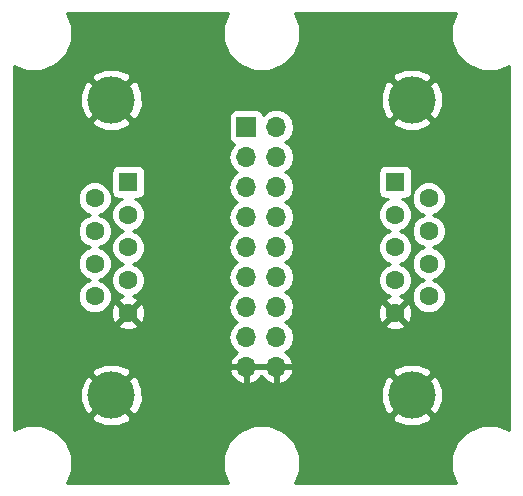
<source format=gbl>
G04 #@! TF.GenerationSoftware,KiCad,Pcbnew,5.0.2-bee76a0~70~ubuntu16.04.1*
G04 #@! TF.CreationDate,2020-10-10T12:37:22+02:00*
G04 #@! TF.ProjectId,SerialBlocker,53657269-616c-4426-9c6f-636b65722e6b,rev?*
G04 #@! TF.SameCoordinates,Original*
G04 #@! TF.FileFunction,Copper,L2,Bot*
G04 #@! TF.FilePolarity,Positive*
%FSLAX46Y46*%
G04 Gerber Fmt 4.6, Leading zero omitted, Abs format (unit mm)*
G04 Created by KiCad (PCBNEW 5.0.2-bee76a0~70~ubuntu16.04.1) date lör 10 okt 2020 12:37:22*
%MOMM*%
%LPD*%
G01*
G04 APERTURE LIST*
G04 #@! TA.AperFunction,ComponentPad*
%ADD10R,1.700000X1.700000*%
G04 #@! TD*
G04 #@! TA.AperFunction,ComponentPad*
%ADD11O,1.700000X1.700000*%
G04 #@! TD*
G04 #@! TA.AperFunction,ComponentPad*
%ADD12R,1.600000X1.600000*%
G04 #@! TD*
G04 #@! TA.AperFunction,ComponentPad*
%ADD13C,1.600000*%
G04 #@! TD*
G04 #@! TA.AperFunction,ComponentPad*
%ADD14C,4.000000*%
G04 #@! TD*
G04 #@! TA.AperFunction,ViaPad*
%ADD15C,0.800000*%
G04 #@! TD*
G04 #@! TA.AperFunction,Conductor*
%ADD16C,0.254000*%
G04 #@! TD*
G04 APERTURE END LIST*
D10*
G04 #@! TO.P,SW1,1*
G04 #@! TO.N,Net-(J1-Pad1)*
X140000000Y-45350000D03*
D11*
G04 #@! TO.P,SW1,18*
G04 #@! TO.N,Net-(J2-Pad1)*
X142540000Y-45350000D03*
G04 #@! TO.P,SW1,2*
G04 #@! TO.N,Net-(J1-Pad6)*
X140000000Y-47890000D03*
G04 #@! TO.P,SW1,17*
G04 #@! TO.N,Net-(J2-Pad6)*
X142540000Y-47890000D03*
G04 #@! TO.P,SW1,3*
G04 #@! TO.N,Net-(J1-Pad2)*
X140000000Y-50430000D03*
G04 #@! TO.P,SW1,16*
G04 #@! TO.N,Net-(J2-Pad2)*
X142540000Y-50430000D03*
G04 #@! TO.P,SW1,4*
G04 #@! TO.N,Net-(J1-Pad7)*
X140000000Y-52970000D03*
G04 #@! TO.P,SW1,15*
G04 #@! TO.N,Net-(J2-Pad7)*
X142540000Y-52970000D03*
G04 #@! TO.P,SW1,5*
G04 #@! TO.N,Net-(J1-Pad3)*
X140000000Y-55510000D03*
G04 #@! TO.P,SW1,14*
G04 #@! TO.N,Net-(J2-Pad3)*
X142540000Y-55510000D03*
G04 #@! TO.P,SW1,6*
G04 #@! TO.N,Net-(J1-Pad8)*
X140000000Y-58050000D03*
G04 #@! TO.P,SW1,13*
G04 #@! TO.N,Net-(J2-Pad8)*
X142540000Y-58050000D03*
G04 #@! TO.P,SW1,7*
G04 #@! TO.N,Net-(J1-Pad4)*
X140000000Y-60590000D03*
G04 #@! TO.P,SW1,12*
G04 #@! TO.N,Net-(J2-Pad4)*
X142540000Y-60590000D03*
G04 #@! TO.P,SW1,8*
G04 #@! TO.N,Net-(J1-Pad9)*
X140000000Y-63130000D03*
G04 #@! TO.P,SW1,11*
G04 #@! TO.N,Net-(J2-Pad9)*
X142540000Y-63130000D03*
G04 #@! TO.P,SW1,9*
G04 #@! TO.N,GND*
X140000000Y-65670000D03*
G04 #@! TO.P,SW1,10*
X142540000Y-65670000D03*
G04 #@! TD*
D12*
G04 #@! TO.P,J2,1*
G04 #@! TO.N,Net-(J2-Pad1)*
X152600000Y-50000000D03*
D13*
G04 #@! TO.P,J2,2*
G04 #@! TO.N,Net-(J2-Pad2)*
X152600000Y-52770000D03*
G04 #@! TO.P,J2,3*
G04 #@! TO.N,Net-(J2-Pad3)*
X152600000Y-55540000D03*
G04 #@! TO.P,J2,4*
G04 #@! TO.N,Net-(J2-Pad4)*
X152600000Y-58310000D03*
G04 #@! TO.P,J2,5*
G04 #@! TO.N,GND*
X152600000Y-61080000D03*
G04 #@! TO.P,J2,6*
G04 #@! TO.N,Net-(J2-Pad6)*
X155440000Y-51385000D03*
G04 #@! TO.P,J2,7*
G04 #@! TO.N,Net-(J2-Pad7)*
X155440000Y-54155000D03*
G04 #@! TO.P,J2,8*
G04 #@! TO.N,Net-(J2-Pad8)*
X155440000Y-56925000D03*
G04 #@! TO.P,J2,9*
G04 #@! TO.N,Net-(J2-Pad9)*
X155440000Y-59695000D03*
D14*
G04 #@! TO.P,J2,0*
G04 #@! TO.N,GND*
X154020000Y-68040000D03*
X154020000Y-43040000D03*
G04 #@! TD*
D12*
G04 #@! TO.P,J1,1*
G04 #@! TO.N,Net-(J1-Pad1)*
X130000000Y-50000000D03*
D13*
G04 #@! TO.P,J1,2*
G04 #@! TO.N,Net-(J1-Pad2)*
X130000000Y-52770000D03*
G04 #@! TO.P,J1,3*
G04 #@! TO.N,Net-(J1-Pad3)*
X130000000Y-55540000D03*
G04 #@! TO.P,J1,4*
G04 #@! TO.N,Net-(J1-Pad4)*
X130000000Y-58310000D03*
G04 #@! TO.P,J1,5*
G04 #@! TO.N,GND*
X130000000Y-61080000D03*
G04 #@! TO.P,J1,6*
G04 #@! TO.N,Net-(J1-Pad6)*
X127160000Y-51385000D03*
G04 #@! TO.P,J1,7*
G04 #@! TO.N,Net-(J1-Pad7)*
X127160000Y-54155000D03*
G04 #@! TO.P,J1,8*
G04 #@! TO.N,Net-(J1-Pad8)*
X127160000Y-56925000D03*
G04 #@! TO.P,J1,9*
G04 #@! TO.N,Net-(J1-Pad9)*
X127160000Y-59695000D03*
D14*
G04 #@! TO.P,J1,0*
G04 #@! TO.N,GND*
X128580000Y-43040000D03*
X128580000Y-68040000D03*
G04 #@! TD*
D15*
G04 #@! TO.N,GND*
X144145000Y-46545500D03*
X138277600Y-46761400D03*
X144081500Y-49174400D03*
X150634700Y-52971700D03*
X143941800Y-54140100D03*
X144145000Y-56629300D03*
X150850600Y-57873900D03*
X144221200Y-61531500D03*
X138480800Y-61671200D03*
X138417300Y-56908700D03*
X138214100Y-54216300D03*
X138353800Y-49314100D03*
X131927600Y-58140600D03*
X131787900Y-53238400D03*
G04 #@! TD*
D16*
G04 #@! TO.N,GND*
G36*
X138073000Y-36758110D02*
X138073000Y-38041890D01*
X138564281Y-39227949D01*
X139472051Y-40135719D01*
X140658110Y-40627000D01*
X141941890Y-40627000D01*
X143127949Y-40135719D01*
X144035719Y-39227949D01*
X144527000Y-38041890D01*
X144527000Y-36758110D01*
X144103215Y-35735000D01*
X157796785Y-35735000D01*
X157373000Y-36758110D01*
X157373000Y-38041890D01*
X157864281Y-39227949D01*
X158772051Y-40135719D01*
X159958110Y-40627000D01*
X161241890Y-40627000D01*
X162265000Y-40203215D01*
X162265001Y-70996786D01*
X161241890Y-70573000D01*
X159958110Y-70573000D01*
X158772051Y-71064281D01*
X157864281Y-71972051D01*
X157373000Y-73158110D01*
X157373000Y-74441890D01*
X157796785Y-75465000D01*
X144103215Y-75465000D01*
X144527000Y-74441890D01*
X144527000Y-73158110D01*
X144035719Y-71972051D01*
X143127949Y-71064281D01*
X141941890Y-70573000D01*
X140658110Y-70573000D01*
X139472051Y-71064281D01*
X138564281Y-71972051D01*
X138073000Y-73158110D01*
X138073000Y-74441890D01*
X138496785Y-75465000D01*
X124803215Y-75465000D01*
X125227000Y-74441890D01*
X125227000Y-73158110D01*
X124735719Y-71972051D01*
X123827949Y-71064281D01*
X122641890Y-70573000D01*
X121358110Y-70573000D01*
X120335000Y-70996785D01*
X120335000Y-69915022D01*
X126884584Y-69915022D01*
X127105353Y-70285743D01*
X128077012Y-70679119D01*
X129125247Y-70670713D01*
X130054647Y-70285743D01*
X130275416Y-69915022D01*
X152324584Y-69915022D01*
X152545353Y-70285743D01*
X153517012Y-70679119D01*
X154565247Y-70670713D01*
X155494647Y-70285743D01*
X155715416Y-69915022D01*
X154020000Y-68219605D01*
X152324584Y-69915022D01*
X130275416Y-69915022D01*
X128580000Y-68219605D01*
X126884584Y-69915022D01*
X120335000Y-69915022D01*
X120335000Y-67537012D01*
X125940881Y-67537012D01*
X125949287Y-68585247D01*
X126334257Y-69514647D01*
X126704978Y-69735416D01*
X128400395Y-68040000D01*
X128759605Y-68040000D01*
X130455022Y-69735416D01*
X130825743Y-69514647D01*
X131219119Y-68542988D01*
X131211052Y-67537012D01*
X151380881Y-67537012D01*
X151389287Y-68585247D01*
X151774257Y-69514647D01*
X152144978Y-69735416D01*
X153840395Y-68040000D01*
X154199605Y-68040000D01*
X155895022Y-69735416D01*
X156265743Y-69514647D01*
X156659119Y-68542988D01*
X156650713Y-67494753D01*
X156265743Y-66565353D01*
X155895022Y-66344584D01*
X154199605Y-68040000D01*
X153840395Y-68040000D01*
X152144978Y-66344584D01*
X151774257Y-66565353D01*
X151380881Y-67537012D01*
X131211052Y-67537012D01*
X131210713Y-67494753D01*
X130825743Y-66565353D01*
X130455022Y-66344584D01*
X128759605Y-68040000D01*
X128400395Y-68040000D01*
X126704978Y-66344584D01*
X126334257Y-66565353D01*
X125940881Y-67537012D01*
X120335000Y-67537012D01*
X120335000Y-66164978D01*
X126884584Y-66164978D01*
X128580000Y-67860395D01*
X130275416Y-66164978D01*
X130193183Y-66026890D01*
X138558524Y-66026890D01*
X138728355Y-66436924D01*
X139118642Y-66865183D01*
X139643108Y-67111486D01*
X139873000Y-66990819D01*
X139873000Y-65797000D01*
X140127000Y-65797000D01*
X140127000Y-66990819D01*
X140356892Y-67111486D01*
X140881358Y-66865183D01*
X141270000Y-66438729D01*
X141658642Y-66865183D01*
X142183108Y-67111486D01*
X142413000Y-66990819D01*
X142413000Y-65797000D01*
X142667000Y-65797000D01*
X142667000Y-66990819D01*
X142896892Y-67111486D01*
X143421358Y-66865183D01*
X143811645Y-66436924D01*
X143924281Y-66164978D01*
X152324584Y-66164978D01*
X154020000Y-67860395D01*
X155715416Y-66164978D01*
X155494647Y-65794257D01*
X154522988Y-65400881D01*
X153474753Y-65409287D01*
X152545353Y-65794257D01*
X152324584Y-66164978D01*
X143924281Y-66164978D01*
X143981476Y-66026890D01*
X143860155Y-65797000D01*
X142667000Y-65797000D01*
X142413000Y-65797000D01*
X140127000Y-65797000D01*
X139873000Y-65797000D01*
X138679845Y-65797000D01*
X138558524Y-66026890D01*
X130193183Y-66026890D01*
X130054647Y-65794257D01*
X129082988Y-65400881D01*
X128034753Y-65409287D01*
X127105353Y-65794257D01*
X126884584Y-66164978D01*
X120335000Y-66164978D01*
X120335000Y-62087745D01*
X129171861Y-62087745D01*
X129245995Y-62333864D01*
X129783223Y-62526965D01*
X130353454Y-62499778D01*
X130754005Y-62333864D01*
X130828139Y-62087745D01*
X130000000Y-61259605D01*
X129171861Y-62087745D01*
X120335000Y-62087745D01*
X120335000Y-51099561D01*
X125725000Y-51099561D01*
X125725000Y-51670439D01*
X125943466Y-52197862D01*
X126347138Y-52601534D01*
X126753850Y-52770000D01*
X126347138Y-52938466D01*
X125943466Y-53342138D01*
X125725000Y-53869561D01*
X125725000Y-54440439D01*
X125943466Y-54967862D01*
X126347138Y-55371534D01*
X126753850Y-55540000D01*
X126347138Y-55708466D01*
X125943466Y-56112138D01*
X125725000Y-56639561D01*
X125725000Y-57210439D01*
X125943466Y-57737862D01*
X126347138Y-58141534D01*
X126753850Y-58310000D01*
X126347138Y-58478466D01*
X125943466Y-58882138D01*
X125725000Y-59409561D01*
X125725000Y-59980439D01*
X125943466Y-60507862D01*
X126347138Y-60911534D01*
X126874561Y-61130000D01*
X127445439Y-61130000D01*
X127972862Y-60911534D01*
X128021173Y-60863223D01*
X128553035Y-60863223D01*
X128580222Y-61433454D01*
X128746136Y-61834005D01*
X128992255Y-61908139D01*
X129820395Y-61080000D01*
X130179605Y-61080000D01*
X131007745Y-61908139D01*
X131253864Y-61834005D01*
X131446965Y-61296777D01*
X131419778Y-60726546D01*
X131253864Y-60325995D01*
X131007745Y-60251861D01*
X130179605Y-61080000D01*
X129820395Y-61080000D01*
X128992255Y-60251861D01*
X128746136Y-60325995D01*
X128553035Y-60863223D01*
X128021173Y-60863223D01*
X128376534Y-60507862D01*
X128595000Y-59980439D01*
X128595000Y-59409561D01*
X128376534Y-58882138D01*
X127972862Y-58478466D01*
X127566150Y-58310000D01*
X127972862Y-58141534D01*
X128376534Y-57737862D01*
X128595000Y-57210439D01*
X128595000Y-56639561D01*
X128376534Y-56112138D01*
X127972862Y-55708466D01*
X127566150Y-55540000D01*
X127972862Y-55371534D01*
X128376534Y-54967862D01*
X128595000Y-54440439D01*
X128595000Y-53869561D01*
X128376534Y-53342138D01*
X127972862Y-52938466D01*
X127566150Y-52770000D01*
X127972862Y-52601534D01*
X128376534Y-52197862D01*
X128595000Y-51670439D01*
X128595000Y-51099561D01*
X128376534Y-50572138D01*
X127972862Y-50168466D01*
X127445439Y-49950000D01*
X126874561Y-49950000D01*
X126347138Y-50168466D01*
X125943466Y-50572138D01*
X125725000Y-51099561D01*
X120335000Y-51099561D01*
X120335000Y-49200000D01*
X128552560Y-49200000D01*
X128552560Y-50800000D01*
X128601843Y-51047765D01*
X128742191Y-51257809D01*
X128952235Y-51398157D01*
X129200000Y-51447440D01*
X129443107Y-51447440D01*
X129187138Y-51553466D01*
X128783466Y-51957138D01*
X128565000Y-52484561D01*
X128565000Y-53055439D01*
X128783466Y-53582862D01*
X129187138Y-53986534D01*
X129593850Y-54155000D01*
X129187138Y-54323466D01*
X128783466Y-54727138D01*
X128565000Y-55254561D01*
X128565000Y-55825439D01*
X128783466Y-56352862D01*
X129187138Y-56756534D01*
X129593850Y-56925000D01*
X129187138Y-57093466D01*
X128783466Y-57497138D01*
X128565000Y-58024561D01*
X128565000Y-58595439D01*
X128783466Y-59122862D01*
X129187138Y-59526534D01*
X129578218Y-59688525D01*
X129245995Y-59826136D01*
X129171861Y-60072255D01*
X130000000Y-60900395D01*
X130828139Y-60072255D01*
X130754005Y-59826136D01*
X130398261Y-59698268D01*
X130812862Y-59526534D01*
X131216534Y-59122862D01*
X131435000Y-58595439D01*
X131435000Y-58024561D01*
X131216534Y-57497138D01*
X130812862Y-57093466D01*
X130406150Y-56925000D01*
X130812862Y-56756534D01*
X131216534Y-56352862D01*
X131435000Y-55825439D01*
X131435000Y-55254561D01*
X131216534Y-54727138D01*
X130812862Y-54323466D01*
X130406150Y-54155000D01*
X130812862Y-53986534D01*
X131216534Y-53582862D01*
X131435000Y-53055439D01*
X131435000Y-52484561D01*
X131216534Y-51957138D01*
X130812862Y-51553466D01*
X130556893Y-51447440D01*
X130800000Y-51447440D01*
X131047765Y-51398157D01*
X131257809Y-51257809D01*
X131398157Y-51047765D01*
X131447440Y-50800000D01*
X131447440Y-49200000D01*
X131398157Y-48952235D01*
X131257809Y-48742191D01*
X131047765Y-48601843D01*
X130800000Y-48552560D01*
X129200000Y-48552560D01*
X128952235Y-48601843D01*
X128742191Y-48742191D01*
X128601843Y-48952235D01*
X128552560Y-49200000D01*
X120335000Y-49200000D01*
X120335000Y-47890000D01*
X138485908Y-47890000D01*
X138601161Y-48469418D01*
X138929375Y-48960625D01*
X139227761Y-49160000D01*
X138929375Y-49359375D01*
X138601161Y-49850582D01*
X138485908Y-50430000D01*
X138601161Y-51009418D01*
X138929375Y-51500625D01*
X139227761Y-51700000D01*
X138929375Y-51899375D01*
X138601161Y-52390582D01*
X138485908Y-52970000D01*
X138601161Y-53549418D01*
X138929375Y-54040625D01*
X139227761Y-54240000D01*
X138929375Y-54439375D01*
X138601161Y-54930582D01*
X138485908Y-55510000D01*
X138601161Y-56089418D01*
X138929375Y-56580625D01*
X139227761Y-56780000D01*
X138929375Y-56979375D01*
X138601161Y-57470582D01*
X138485908Y-58050000D01*
X138601161Y-58629418D01*
X138929375Y-59120625D01*
X139227761Y-59320000D01*
X138929375Y-59519375D01*
X138601161Y-60010582D01*
X138485908Y-60590000D01*
X138601161Y-61169418D01*
X138929375Y-61660625D01*
X139227761Y-61860000D01*
X138929375Y-62059375D01*
X138601161Y-62550582D01*
X138485908Y-63130000D01*
X138601161Y-63709418D01*
X138929375Y-64200625D01*
X139248478Y-64413843D01*
X139118642Y-64474817D01*
X138728355Y-64903076D01*
X138558524Y-65313110D01*
X138679845Y-65543000D01*
X139873000Y-65543000D01*
X139873000Y-65523000D01*
X140127000Y-65523000D01*
X140127000Y-65543000D01*
X142413000Y-65543000D01*
X142413000Y-65523000D01*
X142667000Y-65523000D01*
X142667000Y-65543000D01*
X143860155Y-65543000D01*
X143981476Y-65313110D01*
X143811645Y-64903076D01*
X143421358Y-64474817D01*
X143291522Y-64413843D01*
X143610625Y-64200625D01*
X143938839Y-63709418D01*
X144054092Y-63130000D01*
X143938839Y-62550582D01*
X143629582Y-62087745D01*
X151771861Y-62087745D01*
X151845995Y-62333864D01*
X152383223Y-62526965D01*
X152953454Y-62499778D01*
X153354005Y-62333864D01*
X153428139Y-62087745D01*
X152600000Y-61259605D01*
X151771861Y-62087745D01*
X143629582Y-62087745D01*
X143610625Y-62059375D01*
X143312239Y-61860000D01*
X143610625Y-61660625D01*
X143938839Y-61169418D01*
X143999744Y-60863223D01*
X151153035Y-60863223D01*
X151180222Y-61433454D01*
X151346136Y-61834005D01*
X151592255Y-61908139D01*
X152420395Y-61080000D01*
X152779605Y-61080000D01*
X153607745Y-61908139D01*
X153853864Y-61834005D01*
X154046965Y-61296777D01*
X154019778Y-60726546D01*
X153853864Y-60325995D01*
X153607745Y-60251861D01*
X152779605Y-61080000D01*
X152420395Y-61080000D01*
X151592255Y-60251861D01*
X151346136Y-60325995D01*
X151153035Y-60863223D01*
X143999744Y-60863223D01*
X144054092Y-60590000D01*
X143938839Y-60010582D01*
X143610625Y-59519375D01*
X143312239Y-59320000D01*
X143610625Y-59120625D01*
X143938839Y-58629418D01*
X144054092Y-58050000D01*
X143938839Y-57470582D01*
X143610625Y-56979375D01*
X143312239Y-56780000D01*
X143610625Y-56580625D01*
X143938839Y-56089418D01*
X144054092Y-55510000D01*
X143938839Y-54930582D01*
X143610625Y-54439375D01*
X143312239Y-54240000D01*
X143610625Y-54040625D01*
X143938839Y-53549418D01*
X144054092Y-52970000D01*
X143938839Y-52390582D01*
X143610625Y-51899375D01*
X143312239Y-51700000D01*
X143610625Y-51500625D01*
X143938839Y-51009418D01*
X144054092Y-50430000D01*
X143938839Y-49850582D01*
X143610625Y-49359375D01*
X143372104Y-49200000D01*
X151152560Y-49200000D01*
X151152560Y-50800000D01*
X151201843Y-51047765D01*
X151342191Y-51257809D01*
X151552235Y-51398157D01*
X151800000Y-51447440D01*
X152043107Y-51447440D01*
X151787138Y-51553466D01*
X151383466Y-51957138D01*
X151165000Y-52484561D01*
X151165000Y-53055439D01*
X151383466Y-53582862D01*
X151787138Y-53986534D01*
X152193850Y-54155000D01*
X151787138Y-54323466D01*
X151383466Y-54727138D01*
X151165000Y-55254561D01*
X151165000Y-55825439D01*
X151383466Y-56352862D01*
X151787138Y-56756534D01*
X152193850Y-56925000D01*
X151787138Y-57093466D01*
X151383466Y-57497138D01*
X151165000Y-58024561D01*
X151165000Y-58595439D01*
X151383466Y-59122862D01*
X151787138Y-59526534D01*
X152178218Y-59688525D01*
X151845995Y-59826136D01*
X151771861Y-60072255D01*
X152600000Y-60900395D01*
X153428139Y-60072255D01*
X153354005Y-59826136D01*
X152998261Y-59698268D01*
X153412862Y-59526534D01*
X153816534Y-59122862D01*
X154035000Y-58595439D01*
X154035000Y-58024561D01*
X153816534Y-57497138D01*
X153412862Y-57093466D01*
X153006150Y-56925000D01*
X153412862Y-56756534D01*
X153816534Y-56352862D01*
X154035000Y-55825439D01*
X154035000Y-55254561D01*
X153816534Y-54727138D01*
X153412862Y-54323466D01*
X153006150Y-54155000D01*
X153412862Y-53986534D01*
X153816534Y-53582862D01*
X154035000Y-53055439D01*
X154035000Y-52484561D01*
X153816534Y-51957138D01*
X153412862Y-51553466D01*
X153156893Y-51447440D01*
X153400000Y-51447440D01*
X153647765Y-51398157D01*
X153857809Y-51257809D01*
X153963547Y-51099561D01*
X154005000Y-51099561D01*
X154005000Y-51670439D01*
X154223466Y-52197862D01*
X154627138Y-52601534D01*
X155033850Y-52770000D01*
X154627138Y-52938466D01*
X154223466Y-53342138D01*
X154005000Y-53869561D01*
X154005000Y-54440439D01*
X154223466Y-54967862D01*
X154627138Y-55371534D01*
X155033850Y-55540000D01*
X154627138Y-55708466D01*
X154223466Y-56112138D01*
X154005000Y-56639561D01*
X154005000Y-57210439D01*
X154223466Y-57737862D01*
X154627138Y-58141534D01*
X155033850Y-58310000D01*
X154627138Y-58478466D01*
X154223466Y-58882138D01*
X154005000Y-59409561D01*
X154005000Y-59980439D01*
X154223466Y-60507862D01*
X154627138Y-60911534D01*
X155154561Y-61130000D01*
X155725439Y-61130000D01*
X156252862Y-60911534D01*
X156656534Y-60507862D01*
X156875000Y-59980439D01*
X156875000Y-59409561D01*
X156656534Y-58882138D01*
X156252862Y-58478466D01*
X155846150Y-58310000D01*
X156252862Y-58141534D01*
X156656534Y-57737862D01*
X156875000Y-57210439D01*
X156875000Y-56639561D01*
X156656534Y-56112138D01*
X156252862Y-55708466D01*
X155846150Y-55540000D01*
X156252862Y-55371534D01*
X156656534Y-54967862D01*
X156875000Y-54440439D01*
X156875000Y-53869561D01*
X156656534Y-53342138D01*
X156252862Y-52938466D01*
X155846150Y-52770000D01*
X156252862Y-52601534D01*
X156656534Y-52197862D01*
X156875000Y-51670439D01*
X156875000Y-51099561D01*
X156656534Y-50572138D01*
X156252862Y-50168466D01*
X155725439Y-49950000D01*
X155154561Y-49950000D01*
X154627138Y-50168466D01*
X154223466Y-50572138D01*
X154005000Y-51099561D01*
X153963547Y-51099561D01*
X153998157Y-51047765D01*
X154047440Y-50800000D01*
X154047440Y-49200000D01*
X153998157Y-48952235D01*
X153857809Y-48742191D01*
X153647765Y-48601843D01*
X153400000Y-48552560D01*
X151800000Y-48552560D01*
X151552235Y-48601843D01*
X151342191Y-48742191D01*
X151201843Y-48952235D01*
X151152560Y-49200000D01*
X143372104Y-49200000D01*
X143312239Y-49160000D01*
X143610625Y-48960625D01*
X143938839Y-48469418D01*
X144054092Y-47890000D01*
X143938839Y-47310582D01*
X143610625Y-46819375D01*
X143312239Y-46620000D01*
X143610625Y-46420625D01*
X143938839Y-45929418D01*
X144054092Y-45350000D01*
X143967570Y-44915022D01*
X152324584Y-44915022D01*
X152545353Y-45285743D01*
X153517012Y-45679119D01*
X154565247Y-45670713D01*
X155494647Y-45285743D01*
X155715416Y-44915022D01*
X154020000Y-43219605D01*
X152324584Y-44915022D01*
X143967570Y-44915022D01*
X143938839Y-44770582D01*
X143610625Y-44279375D01*
X143119418Y-43951161D01*
X142686256Y-43865000D01*
X142393744Y-43865000D01*
X141960582Y-43951161D01*
X141469375Y-44279375D01*
X141457184Y-44297619D01*
X141448157Y-44252235D01*
X141307809Y-44042191D01*
X141097765Y-43901843D01*
X140850000Y-43852560D01*
X139150000Y-43852560D01*
X138902235Y-43901843D01*
X138692191Y-44042191D01*
X138551843Y-44252235D01*
X138502560Y-44500000D01*
X138502560Y-46200000D01*
X138551843Y-46447765D01*
X138692191Y-46657809D01*
X138902235Y-46798157D01*
X138947619Y-46807184D01*
X138929375Y-46819375D01*
X138601161Y-47310582D01*
X138485908Y-47890000D01*
X120335000Y-47890000D01*
X120335000Y-44915022D01*
X126884584Y-44915022D01*
X127105353Y-45285743D01*
X128077012Y-45679119D01*
X129125247Y-45670713D01*
X130054647Y-45285743D01*
X130275416Y-44915022D01*
X128580000Y-43219605D01*
X126884584Y-44915022D01*
X120335000Y-44915022D01*
X120335000Y-42537012D01*
X125940881Y-42537012D01*
X125949287Y-43585247D01*
X126334257Y-44514647D01*
X126704978Y-44735416D01*
X128400395Y-43040000D01*
X128759605Y-43040000D01*
X130455022Y-44735416D01*
X130825743Y-44514647D01*
X131219119Y-43542988D01*
X131211052Y-42537012D01*
X151380881Y-42537012D01*
X151389287Y-43585247D01*
X151774257Y-44514647D01*
X152144978Y-44735416D01*
X153840395Y-43040000D01*
X154199605Y-43040000D01*
X155895022Y-44735416D01*
X156265743Y-44514647D01*
X156659119Y-43542988D01*
X156650713Y-42494753D01*
X156265743Y-41565353D01*
X155895022Y-41344584D01*
X154199605Y-43040000D01*
X153840395Y-43040000D01*
X152144978Y-41344584D01*
X151774257Y-41565353D01*
X151380881Y-42537012D01*
X131211052Y-42537012D01*
X131210713Y-42494753D01*
X130825743Y-41565353D01*
X130455022Y-41344584D01*
X128759605Y-43040000D01*
X128400395Y-43040000D01*
X126704978Y-41344584D01*
X126334257Y-41565353D01*
X125940881Y-42537012D01*
X120335000Y-42537012D01*
X120335000Y-41164978D01*
X126884584Y-41164978D01*
X128580000Y-42860395D01*
X130275416Y-41164978D01*
X152324584Y-41164978D01*
X154020000Y-42860395D01*
X155715416Y-41164978D01*
X155494647Y-40794257D01*
X154522988Y-40400881D01*
X153474753Y-40409287D01*
X152545353Y-40794257D01*
X152324584Y-41164978D01*
X130275416Y-41164978D01*
X130054647Y-40794257D01*
X129082988Y-40400881D01*
X128034753Y-40409287D01*
X127105353Y-40794257D01*
X126884584Y-41164978D01*
X120335000Y-41164978D01*
X120335000Y-40203215D01*
X121358110Y-40627000D01*
X122641890Y-40627000D01*
X123827949Y-40135719D01*
X124735719Y-39227949D01*
X125227000Y-38041890D01*
X125227000Y-36758110D01*
X124803215Y-35735000D01*
X138496785Y-35735000D01*
X138073000Y-36758110D01*
X138073000Y-36758110D01*
G37*
X138073000Y-36758110D02*
X138073000Y-38041890D01*
X138564281Y-39227949D01*
X139472051Y-40135719D01*
X140658110Y-40627000D01*
X141941890Y-40627000D01*
X143127949Y-40135719D01*
X144035719Y-39227949D01*
X144527000Y-38041890D01*
X144527000Y-36758110D01*
X144103215Y-35735000D01*
X157796785Y-35735000D01*
X157373000Y-36758110D01*
X157373000Y-38041890D01*
X157864281Y-39227949D01*
X158772051Y-40135719D01*
X159958110Y-40627000D01*
X161241890Y-40627000D01*
X162265000Y-40203215D01*
X162265001Y-70996786D01*
X161241890Y-70573000D01*
X159958110Y-70573000D01*
X158772051Y-71064281D01*
X157864281Y-71972051D01*
X157373000Y-73158110D01*
X157373000Y-74441890D01*
X157796785Y-75465000D01*
X144103215Y-75465000D01*
X144527000Y-74441890D01*
X144527000Y-73158110D01*
X144035719Y-71972051D01*
X143127949Y-71064281D01*
X141941890Y-70573000D01*
X140658110Y-70573000D01*
X139472051Y-71064281D01*
X138564281Y-71972051D01*
X138073000Y-73158110D01*
X138073000Y-74441890D01*
X138496785Y-75465000D01*
X124803215Y-75465000D01*
X125227000Y-74441890D01*
X125227000Y-73158110D01*
X124735719Y-71972051D01*
X123827949Y-71064281D01*
X122641890Y-70573000D01*
X121358110Y-70573000D01*
X120335000Y-70996785D01*
X120335000Y-69915022D01*
X126884584Y-69915022D01*
X127105353Y-70285743D01*
X128077012Y-70679119D01*
X129125247Y-70670713D01*
X130054647Y-70285743D01*
X130275416Y-69915022D01*
X152324584Y-69915022D01*
X152545353Y-70285743D01*
X153517012Y-70679119D01*
X154565247Y-70670713D01*
X155494647Y-70285743D01*
X155715416Y-69915022D01*
X154020000Y-68219605D01*
X152324584Y-69915022D01*
X130275416Y-69915022D01*
X128580000Y-68219605D01*
X126884584Y-69915022D01*
X120335000Y-69915022D01*
X120335000Y-67537012D01*
X125940881Y-67537012D01*
X125949287Y-68585247D01*
X126334257Y-69514647D01*
X126704978Y-69735416D01*
X128400395Y-68040000D01*
X128759605Y-68040000D01*
X130455022Y-69735416D01*
X130825743Y-69514647D01*
X131219119Y-68542988D01*
X131211052Y-67537012D01*
X151380881Y-67537012D01*
X151389287Y-68585247D01*
X151774257Y-69514647D01*
X152144978Y-69735416D01*
X153840395Y-68040000D01*
X154199605Y-68040000D01*
X155895022Y-69735416D01*
X156265743Y-69514647D01*
X156659119Y-68542988D01*
X156650713Y-67494753D01*
X156265743Y-66565353D01*
X155895022Y-66344584D01*
X154199605Y-68040000D01*
X153840395Y-68040000D01*
X152144978Y-66344584D01*
X151774257Y-66565353D01*
X151380881Y-67537012D01*
X131211052Y-67537012D01*
X131210713Y-67494753D01*
X130825743Y-66565353D01*
X130455022Y-66344584D01*
X128759605Y-68040000D01*
X128400395Y-68040000D01*
X126704978Y-66344584D01*
X126334257Y-66565353D01*
X125940881Y-67537012D01*
X120335000Y-67537012D01*
X120335000Y-66164978D01*
X126884584Y-66164978D01*
X128580000Y-67860395D01*
X130275416Y-66164978D01*
X130193183Y-66026890D01*
X138558524Y-66026890D01*
X138728355Y-66436924D01*
X139118642Y-66865183D01*
X139643108Y-67111486D01*
X139873000Y-66990819D01*
X139873000Y-65797000D01*
X140127000Y-65797000D01*
X140127000Y-66990819D01*
X140356892Y-67111486D01*
X140881358Y-66865183D01*
X141270000Y-66438729D01*
X141658642Y-66865183D01*
X142183108Y-67111486D01*
X142413000Y-66990819D01*
X142413000Y-65797000D01*
X142667000Y-65797000D01*
X142667000Y-66990819D01*
X142896892Y-67111486D01*
X143421358Y-66865183D01*
X143811645Y-66436924D01*
X143924281Y-66164978D01*
X152324584Y-66164978D01*
X154020000Y-67860395D01*
X155715416Y-66164978D01*
X155494647Y-65794257D01*
X154522988Y-65400881D01*
X153474753Y-65409287D01*
X152545353Y-65794257D01*
X152324584Y-66164978D01*
X143924281Y-66164978D01*
X143981476Y-66026890D01*
X143860155Y-65797000D01*
X142667000Y-65797000D01*
X142413000Y-65797000D01*
X140127000Y-65797000D01*
X139873000Y-65797000D01*
X138679845Y-65797000D01*
X138558524Y-66026890D01*
X130193183Y-66026890D01*
X130054647Y-65794257D01*
X129082988Y-65400881D01*
X128034753Y-65409287D01*
X127105353Y-65794257D01*
X126884584Y-66164978D01*
X120335000Y-66164978D01*
X120335000Y-62087745D01*
X129171861Y-62087745D01*
X129245995Y-62333864D01*
X129783223Y-62526965D01*
X130353454Y-62499778D01*
X130754005Y-62333864D01*
X130828139Y-62087745D01*
X130000000Y-61259605D01*
X129171861Y-62087745D01*
X120335000Y-62087745D01*
X120335000Y-51099561D01*
X125725000Y-51099561D01*
X125725000Y-51670439D01*
X125943466Y-52197862D01*
X126347138Y-52601534D01*
X126753850Y-52770000D01*
X126347138Y-52938466D01*
X125943466Y-53342138D01*
X125725000Y-53869561D01*
X125725000Y-54440439D01*
X125943466Y-54967862D01*
X126347138Y-55371534D01*
X126753850Y-55540000D01*
X126347138Y-55708466D01*
X125943466Y-56112138D01*
X125725000Y-56639561D01*
X125725000Y-57210439D01*
X125943466Y-57737862D01*
X126347138Y-58141534D01*
X126753850Y-58310000D01*
X126347138Y-58478466D01*
X125943466Y-58882138D01*
X125725000Y-59409561D01*
X125725000Y-59980439D01*
X125943466Y-60507862D01*
X126347138Y-60911534D01*
X126874561Y-61130000D01*
X127445439Y-61130000D01*
X127972862Y-60911534D01*
X128021173Y-60863223D01*
X128553035Y-60863223D01*
X128580222Y-61433454D01*
X128746136Y-61834005D01*
X128992255Y-61908139D01*
X129820395Y-61080000D01*
X130179605Y-61080000D01*
X131007745Y-61908139D01*
X131253864Y-61834005D01*
X131446965Y-61296777D01*
X131419778Y-60726546D01*
X131253864Y-60325995D01*
X131007745Y-60251861D01*
X130179605Y-61080000D01*
X129820395Y-61080000D01*
X128992255Y-60251861D01*
X128746136Y-60325995D01*
X128553035Y-60863223D01*
X128021173Y-60863223D01*
X128376534Y-60507862D01*
X128595000Y-59980439D01*
X128595000Y-59409561D01*
X128376534Y-58882138D01*
X127972862Y-58478466D01*
X127566150Y-58310000D01*
X127972862Y-58141534D01*
X128376534Y-57737862D01*
X128595000Y-57210439D01*
X128595000Y-56639561D01*
X128376534Y-56112138D01*
X127972862Y-55708466D01*
X127566150Y-55540000D01*
X127972862Y-55371534D01*
X128376534Y-54967862D01*
X128595000Y-54440439D01*
X128595000Y-53869561D01*
X128376534Y-53342138D01*
X127972862Y-52938466D01*
X127566150Y-52770000D01*
X127972862Y-52601534D01*
X128376534Y-52197862D01*
X128595000Y-51670439D01*
X128595000Y-51099561D01*
X128376534Y-50572138D01*
X127972862Y-50168466D01*
X127445439Y-49950000D01*
X126874561Y-49950000D01*
X126347138Y-50168466D01*
X125943466Y-50572138D01*
X125725000Y-51099561D01*
X120335000Y-51099561D01*
X120335000Y-49200000D01*
X128552560Y-49200000D01*
X128552560Y-50800000D01*
X128601843Y-51047765D01*
X128742191Y-51257809D01*
X128952235Y-51398157D01*
X129200000Y-51447440D01*
X129443107Y-51447440D01*
X129187138Y-51553466D01*
X128783466Y-51957138D01*
X128565000Y-52484561D01*
X128565000Y-53055439D01*
X128783466Y-53582862D01*
X129187138Y-53986534D01*
X129593850Y-54155000D01*
X129187138Y-54323466D01*
X128783466Y-54727138D01*
X128565000Y-55254561D01*
X128565000Y-55825439D01*
X128783466Y-56352862D01*
X129187138Y-56756534D01*
X129593850Y-56925000D01*
X129187138Y-57093466D01*
X128783466Y-57497138D01*
X128565000Y-58024561D01*
X128565000Y-58595439D01*
X128783466Y-59122862D01*
X129187138Y-59526534D01*
X129578218Y-59688525D01*
X129245995Y-59826136D01*
X129171861Y-60072255D01*
X130000000Y-60900395D01*
X130828139Y-60072255D01*
X130754005Y-59826136D01*
X130398261Y-59698268D01*
X130812862Y-59526534D01*
X131216534Y-59122862D01*
X131435000Y-58595439D01*
X131435000Y-58024561D01*
X131216534Y-57497138D01*
X130812862Y-57093466D01*
X130406150Y-56925000D01*
X130812862Y-56756534D01*
X131216534Y-56352862D01*
X131435000Y-55825439D01*
X131435000Y-55254561D01*
X131216534Y-54727138D01*
X130812862Y-54323466D01*
X130406150Y-54155000D01*
X130812862Y-53986534D01*
X131216534Y-53582862D01*
X131435000Y-53055439D01*
X131435000Y-52484561D01*
X131216534Y-51957138D01*
X130812862Y-51553466D01*
X130556893Y-51447440D01*
X130800000Y-51447440D01*
X131047765Y-51398157D01*
X131257809Y-51257809D01*
X131398157Y-51047765D01*
X131447440Y-50800000D01*
X131447440Y-49200000D01*
X131398157Y-48952235D01*
X131257809Y-48742191D01*
X131047765Y-48601843D01*
X130800000Y-48552560D01*
X129200000Y-48552560D01*
X128952235Y-48601843D01*
X128742191Y-48742191D01*
X128601843Y-48952235D01*
X128552560Y-49200000D01*
X120335000Y-49200000D01*
X120335000Y-47890000D01*
X138485908Y-47890000D01*
X138601161Y-48469418D01*
X138929375Y-48960625D01*
X139227761Y-49160000D01*
X138929375Y-49359375D01*
X138601161Y-49850582D01*
X138485908Y-50430000D01*
X138601161Y-51009418D01*
X138929375Y-51500625D01*
X139227761Y-51700000D01*
X138929375Y-51899375D01*
X138601161Y-52390582D01*
X138485908Y-52970000D01*
X138601161Y-53549418D01*
X138929375Y-54040625D01*
X139227761Y-54240000D01*
X138929375Y-54439375D01*
X138601161Y-54930582D01*
X138485908Y-55510000D01*
X138601161Y-56089418D01*
X138929375Y-56580625D01*
X139227761Y-56780000D01*
X138929375Y-56979375D01*
X138601161Y-57470582D01*
X138485908Y-58050000D01*
X138601161Y-58629418D01*
X138929375Y-59120625D01*
X139227761Y-59320000D01*
X138929375Y-59519375D01*
X138601161Y-60010582D01*
X138485908Y-60590000D01*
X138601161Y-61169418D01*
X138929375Y-61660625D01*
X139227761Y-61860000D01*
X138929375Y-62059375D01*
X138601161Y-62550582D01*
X138485908Y-63130000D01*
X138601161Y-63709418D01*
X138929375Y-64200625D01*
X139248478Y-64413843D01*
X139118642Y-64474817D01*
X138728355Y-64903076D01*
X138558524Y-65313110D01*
X138679845Y-65543000D01*
X139873000Y-65543000D01*
X139873000Y-65523000D01*
X140127000Y-65523000D01*
X140127000Y-65543000D01*
X142413000Y-65543000D01*
X142413000Y-65523000D01*
X142667000Y-65523000D01*
X142667000Y-65543000D01*
X143860155Y-65543000D01*
X143981476Y-65313110D01*
X143811645Y-64903076D01*
X143421358Y-64474817D01*
X143291522Y-64413843D01*
X143610625Y-64200625D01*
X143938839Y-63709418D01*
X144054092Y-63130000D01*
X143938839Y-62550582D01*
X143629582Y-62087745D01*
X151771861Y-62087745D01*
X151845995Y-62333864D01*
X152383223Y-62526965D01*
X152953454Y-62499778D01*
X153354005Y-62333864D01*
X153428139Y-62087745D01*
X152600000Y-61259605D01*
X151771861Y-62087745D01*
X143629582Y-62087745D01*
X143610625Y-62059375D01*
X143312239Y-61860000D01*
X143610625Y-61660625D01*
X143938839Y-61169418D01*
X143999744Y-60863223D01*
X151153035Y-60863223D01*
X151180222Y-61433454D01*
X151346136Y-61834005D01*
X151592255Y-61908139D01*
X152420395Y-61080000D01*
X152779605Y-61080000D01*
X153607745Y-61908139D01*
X153853864Y-61834005D01*
X154046965Y-61296777D01*
X154019778Y-60726546D01*
X153853864Y-60325995D01*
X153607745Y-60251861D01*
X152779605Y-61080000D01*
X152420395Y-61080000D01*
X151592255Y-60251861D01*
X151346136Y-60325995D01*
X151153035Y-60863223D01*
X143999744Y-60863223D01*
X144054092Y-60590000D01*
X143938839Y-60010582D01*
X143610625Y-59519375D01*
X143312239Y-59320000D01*
X143610625Y-59120625D01*
X143938839Y-58629418D01*
X144054092Y-58050000D01*
X143938839Y-57470582D01*
X143610625Y-56979375D01*
X143312239Y-56780000D01*
X143610625Y-56580625D01*
X143938839Y-56089418D01*
X144054092Y-55510000D01*
X143938839Y-54930582D01*
X143610625Y-54439375D01*
X143312239Y-54240000D01*
X143610625Y-54040625D01*
X143938839Y-53549418D01*
X144054092Y-52970000D01*
X143938839Y-52390582D01*
X143610625Y-51899375D01*
X143312239Y-51700000D01*
X143610625Y-51500625D01*
X143938839Y-51009418D01*
X144054092Y-50430000D01*
X143938839Y-49850582D01*
X143610625Y-49359375D01*
X143372104Y-49200000D01*
X151152560Y-49200000D01*
X151152560Y-50800000D01*
X151201843Y-51047765D01*
X151342191Y-51257809D01*
X151552235Y-51398157D01*
X151800000Y-51447440D01*
X152043107Y-51447440D01*
X151787138Y-51553466D01*
X151383466Y-51957138D01*
X151165000Y-52484561D01*
X151165000Y-53055439D01*
X151383466Y-53582862D01*
X151787138Y-53986534D01*
X152193850Y-54155000D01*
X151787138Y-54323466D01*
X151383466Y-54727138D01*
X151165000Y-55254561D01*
X151165000Y-55825439D01*
X151383466Y-56352862D01*
X151787138Y-56756534D01*
X152193850Y-56925000D01*
X151787138Y-57093466D01*
X151383466Y-57497138D01*
X151165000Y-58024561D01*
X151165000Y-58595439D01*
X151383466Y-59122862D01*
X151787138Y-59526534D01*
X152178218Y-59688525D01*
X151845995Y-59826136D01*
X151771861Y-60072255D01*
X152600000Y-60900395D01*
X153428139Y-60072255D01*
X153354005Y-59826136D01*
X152998261Y-59698268D01*
X153412862Y-59526534D01*
X153816534Y-59122862D01*
X154035000Y-58595439D01*
X154035000Y-58024561D01*
X153816534Y-57497138D01*
X153412862Y-57093466D01*
X153006150Y-56925000D01*
X153412862Y-56756534D01*
X153816534Y-56352862D01*
X154035000Y-55825439D01*
X154035000Y-55254561D01*
X153816534Y-54727138D01*
X153412862Y-54323466D01*
X153006150Y-54155000D01*
X153412862Y-53986534D01*
X153816534Y-53582862D01*
X154035000Y-53055439D01*
X154035000Y-52484561D01*
X153816534Y-51957138D01*
X153412862Y-51553466D01*
X153156893Y-51447440D01*
X153400000Y-51447440D01*
X153647765Y-51398157D01*
X153857809Y-51257809D01*
X153963547Y-51099561D01*
X154005000Y-51099561D01*
X154005000Y-51670439D01*
X154223466Y-52197862D01*
X154627138Y-52601534D01*
X155033850Y-52770000D01*
X154627138Y-52938466D01*
X154223466Y-53342138D01*
X154005000Y-53869561D01*
X154005000Y-54440439D01*
X154223466Y-54967862D01*
X154627138Y-55371534D01*
X155033850Y-55540000D01*
X154627138Y-55708466D01*
X154223466Y-56112138D01*
X154005000Y-56639561D01*
X154005000Y-57210439D01*
X154223466Y-57737862D01*
X154627138Y-58141534D01*
X155033850Y-58310000D01*
X154627138Y-58478466D01*
X154223466Y-58882138D01*
X154005000Y-59409561D01*
X154005000Y-59980439D01*
X154223466Y-60507862D01*
X154627138Y-60911534D01*
X155154561Y-61130000D01*
X155725439Y-61130000D01*
X156252862Y-60911534D01*
X156656534Y-60507862D01*
X156875000Y-59980439D01*
X156875000Y-59409561D01*
X156656534Y-58882138D01*
X156252862Y-58478466D01*
X155846150Y-58310000D01*
X156252862Y-58141534D01*
X156656534Y-57737862D01*
X156875000Y-57210439D01*
X156875000Y-56639561D01*
X156656534Y-56112138D01*
X156252862Y-55708466D01*
X155846150Y-55540000D01*
X156252862Y-55371534D01*
X156656534Y-54967862D01*
X156875000Y-54440439D01*
X156875000Y-53869561D01*
X156656534Y-53342138D01*
X156252862Y-52938466D01*
X155846150Y-52770000D01*
X156252862Y-52601534D01*
X156656534Y-52197862D01*
X156875000Y-51670439D01*
X156875000Y-51099561D01*
X156656534Y-50572138D01*
X156252862Y-50168466D01*
X155725439Y-49950000D01*
X155154561Y-49950000D01*
X154627138Y-50168466D01*
X154223466Y-50572138D01*
X154005000Y-51099561D01*
X153963547Y-51099561D01*
X153998157Y-51047765D01*
X154047440Y-50800000D01*
X154047440Y-49200000D01*
X153998157Y-48952235D01*
X153857809Y-48742191D01*
X153647765Y-48601843D01*
X153400000Y-48552560D01*
X151800000Y-48552560D01*
X151552235Y-48601843D01*
X151342191Y-48742191D01*
X151201843Y-48952235D01*
X151152560Y-49200000D01*
X143372104Y-49200000D01*
X143312239Y-49160000D01*
X143610625Y-48960625D01*
X143938839Y-48469418D01*
X144054092Y-47890000D01*
X143938839Y-47310582D01*
X143610625Y-46819375D01*
X143312239Y-46620000D01*
X143610625Y-46420625D01*
X143938839Y-45929418D01*
X144054092Y-45350000D01*
X143967570Y-44915022D01*
X152324584Y-44915022D01*
X152545353Y-45285743D01*
X153517012Y-45679119D01*
X154565247Y-45670713D01*
X155494647Y-45285743D01*
X155715416Y-44915022D01*
X154020000Y-43219605D01*
X152324584Y-44915022D01*
X143967570Y-44915022D01*
X143938839Y-44770582D01*
X143610625Y-44279375D01*
X143119418Y-43951161D01*
X142686256Y-43865000D01*
X142393744Y-43865000D01*
X141960582Y-43951161D01*
X141469375Y-44279375D01*
X141457184Y-44297619D01*
X141448157Y-44252235D01*
X141307809Y-44042191D01*
X141097765Y-43901843D01*
X140850000Y-43852560D01*
X139150000Y-43852560D01*
X138902235Y-43901843D01*
X138692191Y-44042191D01*
X138551843Y-44252235D01*
X138502560Y-44500000D01*
X138502560Y-46200000D01*
X138551843Y-46447765D01*
X138692191Y-46657809D01*
X138902235Y-46798157D01*
X138947619Y-46807184D01*
X138929375Y-46819375D01*
X138601161Y-47310582D01*
X138485908Y-47890000D01*
X120335000Y-47890000D01*
X120335000Y-44915022D01*
X126884584Y-44915022D01*
X127105353Y-45285743D01*
X128077012Y-45679119D01*
X129125247Y-45670713D01*
X130054647Y-45285743D01*
X130275416Y-44915022D01*
X128580000Y-43219605D01*
X126884584Y-44915022D01*
X120335000Y-44915022D01*
X120335000Y-42537012D01*
X125940881Y-42537012D01*
X125949287Y-43585247D01*
X126334257Y-44514647D01*
X126704978Y-44735416D01*
X128400395Y-43040000D01*
X128759605Y-43040000D01*
X130455022Y-44735416D01*
X130825743Y-44514647D01*
X131219119Y-43542988D01*
X131211052Y-42537012D01*
X151380881Y-42537012D01*
X151389287Y-43585247D01*
X151774257Y-44514647D01*
X152144978Y-44735416D01*
X153840395Y-43040000D01*
X154199605Y-43040000D01*
X155895022Y-44735416D01*
X156265743Y-44514647D01*
X156659119Y-43542988D01*
X156650713Y-42494753D01*
X156265743Y-41565353D01*
X155895022Y-41344584D01*
X154199605Y-43040000D01*
X153840395Y-43040000D01*
X152144978Y-41344584D01*
X151774257Y-41565353D01*
X151380881Y-42537012D01*
X131211052Y-42537012D01*
X131210713Y-42494753D01*
X130825743Y-41565353D01*
X130455022Y-41344584D01*
X128759605Y-43040000D01*
X128400395Y-43040000D01*
X126704978Y-41344584D01*
X126334257Y-41565353D01*
X125940881Y-42537012D01*
X120335000Y-42537012D01*
X120335000Y-41164978D01*
X126884584Y-41164978D01*
X128580000Y-42860395D01*
X130275416Y-41164978D01*
X152324584Y-41164978D01*
X154020000Y-42860395D01*
X155715416Y-41164978D01*
X155494647Y-40794257D01*
X154522988Y-40400881D01*
X153474753Y-40409287D01*
X152545353Y-40794257D01*
X152324584Y-41164978D01*
X130275416Y-41164978D01*
X130054647Y-40794257D01*
X129082988Y-40400881D01*
X128034753Y-40409287D01*
X127105353Y-40794257D01*
X126884584Y-41164978D01*
X120335000Y-41164978D01*
X120335000Y-40203215D01*
X121358110Y-40627000D01*
X122641890Y-40627000D01*
X123827949Y-40135719D01*
X124735719Y-39227949D01*
X125227000Y-38041890D01*
X125227000Y-36758110D01*
X124803215Y-35735000D01*
X138496785Y-35735000D01*
X138073000Y-36758110D01*
G04 #@! TD*
M02*

</source>
